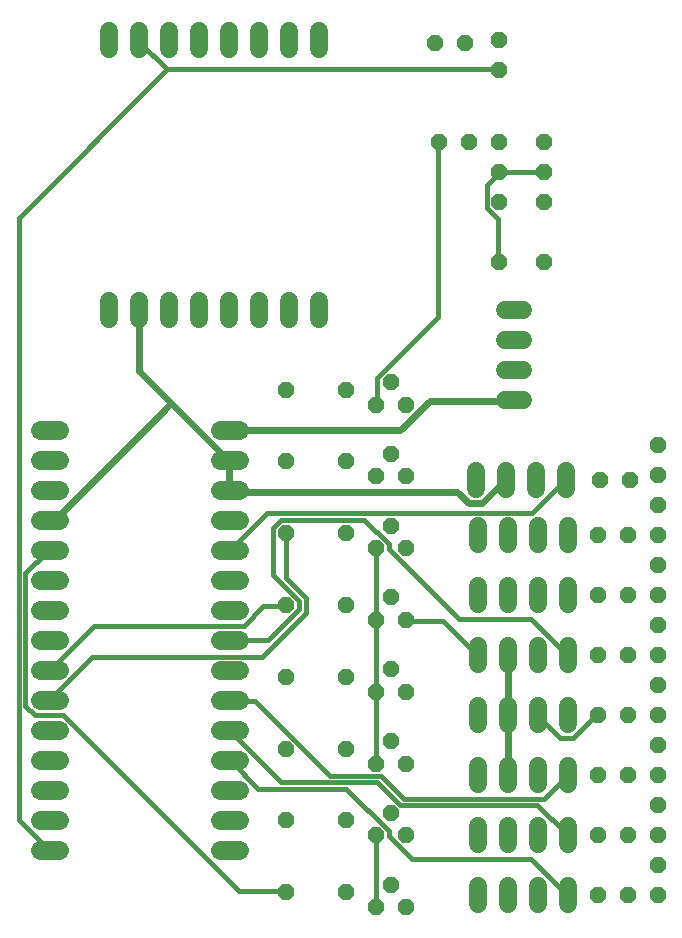
<source format=gbr>
G04 EAGLE Gerber X2 export*
%TF.Part,Single*%
%TF.FileFunction,Copper,L2,Bot,Mixed*%
%TF.FilePolarity,Positive*%
%TF.GenerationSoftware,Autodesk,EAGLE,9.2.2*%
%TF.CreationDate,2018-12-07T06:18:27Z*%
G75*
%MOMM*%
%FSLAX34Y34*%
%LPD*%
%INBottom Copper*%
%AMOC8*
5,1,8,0,0,1.08239X$1,22.5*%
G01*
%ADD10C,1.524000*%
%ADD11C,1.574800*%
%ADD12P,1.429621X8X22.500000*%
%ADD13P,1.429621X8X292.500000*%
%ADD14P,1.429621X8X112.500000*%
%ADD15P,1.429621X8X202.500000*%
%ADD16C,0.600000*%
%ADD17C,0.400000*%


D10*
X279400Y769620D02*
X279400Y754380D01*
X254000Y754380D02*
X254000Y769620D01*
X228600Y769620D02*
X228600Y754380D01*
X203200Y754380D02*
X203200Y769620D01*
X177800Y769620D02*
X177800Y754380D01*
X152400Y754380D02*
X152400Y769620D01*
X127000Y769620D02*
X127000Y754380D01*
X101600Y754380D02*
X101600Y769620D01*
X101600Y541020D02*
X101600Y525780D01*
X127000Y525780D02*
X127000Y541020D01*
X152400Y541020D02*
X152400Y525780D01*
X177800Y525780D02*
X177800Y541020D01*
X203200Y541020D02*
X203200Y525780D01*
X228600Y525780D02*
X228600Y541020D01*
X254000Y541020D02*
X254000Y525780D01*
X279400Y525780D02*
X279400Y541020D01*
D11*
X58674Y431800D02*
X42926Y431800D01*
X42926Y406400D02*
X58674Y406400D01*
X58674Y381000D02*
X42926Y381000D01*
X42926Y355600D02*
X58674Y355600D01*
X58674Y330200D02*
X42926Y330200D01*
X42926Y304800D02*
X58674Y304800D01*
X58674Y279400D02*
X42926Y279400D01*
X42926Y254000D02*
X58674Y254000D01*
X58674Y228600D02*
X42926Y228600D01*
X42926Y203200D02*
X58674Y203200D01*
X58674Y177800D02*
X42926Y177800D01*
X42926Y152400D02*
X58674Y152400D01*
X58674Y127000D02*
X42926Y127000D01*
X42926Y101600D02*
X58674Y101600D01*
X58674Y76200D02*
X42926Y76200D01*
X195326Y76200D02*
X211074Y76200D01*
X211074Y101600D02*
X195326Y101600D01*
X195326Y127000D02*
X211074Y127000D01*
X211074Y152400D02*
X195326Y152400D01*
X195326Y177800D02*
X211074Y177800D01*
X211074Y203200D02*
X195326Y203200D01*
X195326Y228600D02*
X211074Y228600D01*
X211074Y254000D02*
X195326Y254000D01*
X195326Y279400D02*
X211074Y279400D01*
X211074Y304800D02*
X195326Y304800D01*
X195326Y330200D02*
X211074Y330200D01*
X211074Y355600D02*
X195326Y355600D01*
X195326Y381000D02*
X211074Y381000D01*
X211074Y406400D02*
X195326Y406400D01*
X195326Y431800D02*
X211074Y431800D01*
D12*
X352900Y392900D03*
X340200Y411950D03*
X327500Y392900D03*
X352900Y453700D03*
X340200Y472750D03*
X327500Y453700D03*
X352900Y332100D03*
X340200Y351150D03*
X327500Y332100D03*
X251300Y466400D03*
X302100Y466400D03*
X515300Y342900D03*
X540700Y342900D03*
D13*
X566100Y368300D03*
X566100Y342900D03*
X469900Y625000D03*
X469900Y574200D03*
D14*
X431800Y574200D03*
X431800Y625000D03*
D10*
X413700Y350520D02*
X413700Y335280D01*
X439100Y335280D02*
X439100Y350520D01*
X464500Y350520D02*
X464500Y335280D01*
X489900Y335280D02*
X489900Y350520D01*
X413700Y299720D02*
X413700Y284480D01*
X439100Y284480D02*
X439100Y299720D01*
X464500Y299720D02*
X464500Y284480D01*
X489900Y284480D02*
X489900Y299720D01*
D15*
X302100Y344800D03*
X251300Y344800D03*
X302100Y405600D03*
X251300Y405600D03*
D12*
X381000Y675800D03*
X406400Y675800D03*
X515300Y292100D03*
X540700Y292100D03*
D13*
X566100Y419100D03*
X566100Y393700D03*
X566100Y317500D03*
X566100Y292100D03*
X469900Y675800D03*
X469900Y650400D03*
X431800Y675800D03*
X431800Y650400D03*
X431800Y762000D03*
X431800Y736600D03*
D10*
X436880Y533400D02*
X452120Y533400D01*
X452120Y508000D02*
X436880Y508000D01*
X436880Y482600D02*
X452120Y482600D01*
X452120Y457200D02*
X436880Y457200D01*
D12*
X352900Y28100D03*
X340200Y47150D03*
X327500Y28100D03*
D10*
X413700Y30480D02*
X413700Y45720D01*
X439100Y45720D02*
X439100Y30480D01*
X464500Y30480D02*
X464500Y45720D01*
X489900Y45720D02*
X489900Y30480D01*
D12*
X515300Y38100D03*
X540700Y38100D03*
D13*
X566100Y63500D03*
X566100Y38100D03*
D12*
X352900Y88900D03*
X340200Y107950D03*
X327500Y88900D03*
D10*
X413700Y81280D02*
X413700Y96520D01*
X439100Y96520D02*
X439100Y81280D01*
X464500Y81280D02*
X464500Y96520D01*
X489900Y96520D02*
X489900Y81280D01*
D12*
X515300Y88900D03*
X540700Y88900D03*
D13*
X566100Y114300D03*
X566100Y88900D03*
D12*
X352900Y149700D03*
X340200Y168750D03*
X327500Y149700D03*
D10*
X413700Y147320D02*
X413700Y132080D01*
X439100Y132080D02*
X439100Y147320D01*
X464500Y147320D02*
X464500Y132080D01*
X489900Y132080D02*
X489900Y147320D01*
D12*
X515300Y139700D03*
X540700Y139700D03*
D13*
X566100Y165100D03*
X566100Y139700D03*
D12*
X352900Y210500D03*
X340200Y229550D03*
X327500Y210500D03*
D10*
X413700Y198120D02*
X413700Y182880D01*
X439100Y182880D02*
X439100Y198120D01*
X464500Y198120D02*
X464500Y182880D01*
X489900Y182880D02*
X489900Y198120D01*
D12*
X515300Y190500D03*
X540700Y190500D03*
D13*
X566100Y215900D03*
X566100Y190500D03*
D12*
X352900Y271300D03*
X340200Y290350D03*
X327500Y271300D03*
D10*
X413700Y248920D02*
X413700Y233680D01*
X439100Y233680D02*
X439100Y248920D01*
X464500Y248920D02*
X464500Y233680D01*
X489900Y233680D02*
X489900Y248920D01*
D12*
X515300Y241300D03*
X540700Y241300D03*
D13*
X566100Y266700D03*
X566100Y241300D03*
D15*
X302100Y284000D03*
X251300Y284000D03*
X302100Y223200D03*
X251300Y223200D03*
X302100Y162400D03*
X251300Y162400D03*
X302100Y101600D03*
X251300Y101600D03*
X302100Y40800D03*
X251300Y40800D03*
D10*
X411900Y382380D02*
X411900Y397620D01*
X437300Y397620D02*
X437300Y382380D01*
X462700Y382380D02*
X462700Y397620D01*
X488100Y397620D02*
X488100Y382380D01*
D12*
X517300Y390000D03*
X542700Y390000D03*
X377300Y760000D03*
X402700Y760000D03*
D16*
X127052Y533066D02*
X127052Y481969D01*
X153982Y455040D02*
X203007Y406014D01*
X153982Y455040D02*
X127052Y481969D01*
X127052Y533066D02*
X127000Y533400D01*
X203200Y406400D02*
X203007Y406014D01*
X55240Y356298D02*
X51097Y356298D01*
X55240Y356298D02*
X153982Y455040D01*
X51097Y356298D02*
X50800Y355600D01*
X203007Y381156D02*
X203007Y403252D01*
X203007Y381156D02*
X203200Y381000D01*
X203007Y403252D02*
X203200Y406400D01*
X439158Y189197D02*
X439158Y140862D01*
X439100Y139700D01*
X439158Y189197D02*
X439100Y190500D01*
X439158Y193340D02*
X439158Y240294D01*
X439100Y241300D01*
X439158Y193340D02*
X439100Y190500D01*
X396347Y379775D02*
X205769Y379775D01*
X396347Y379775D02*
X406014Y370108D01*
X417062Y370108D01*
X436396Y389442D01*
X205769Y379775D02*
X203200Y381000D01*
X436396Y389442D02*
X437300Y390000D01*
D17*
X459873Y361822D02*
X487493Y389442D01*
X459873Y361822D02*
X234770Y361822D01*
X204388Y331440D01*
X487493Y389442D02*
X488100Y390000D01*
X204388Y331440D02*
X203200Y330200D01*
X379775Y527542D02*
X379775Y675309D01*
X379775Y527542D02*
X328678Y476445D01*
X328678Y454349D01*
X379775Y675309D02*
X381000Y675800D01*
X328678Y454349D02*
X327500Y453700D01*
X327297Y88384D02*
X327297Y29001D01*
X327500Y28100D01*
X327297Y88384D02*
X327500Y88900D01*
X327297Y150529D02*
X327297Y209912D01*
X327297Y150529D02*
X327500Y149700D01*
X327297Y209912D02*
X327500Y210500D01*
X327297Y272057D02*
X327297Y331440D01*
X327297Y272057D02*
X327500Y271300D01*
X327297Y331440D02*
X327500Y332100D01*
X327297Y269295D02*
X327297Y211293D01*
X327500Y210500D01*
X327297Y269295D02*
X327500Y271300D01*
X430872Y737454D02*
X150529Y737454D01*
X127052Y760931D01*
X430872Y737454D02*
X431800Y736600D01*
X127052Y760931D02*
X127000Y762000D01*
X24858Y102194D02*
X49716Y77336D01*
X24858Y102194D02*
X24858Y611783D01*
X150529Y737454D01*
X49716Y77336D02*
X50800Y76200D01*
X430872Y574496D02*
X430872Y610402D01*
X421205Y620069D01*
X421205Y639403D01*
X430872Y649070D01*
X430872Y574496D02*
X431800Y574200D01*
X430872Y649070D02*
X431800Y650400D01*
X433634Y650451D02*
X469540Y650451D01*
X469900Y650400D01*
X433634Y650451D02*
X431800Y650400D01*
D16*
X443301Y457111D02*
X372870Y457111D01*
X348012Y432253D01*
X204388Y432253D01*
X443301Y457111D02*
X444500Y457200D01*
X204388Y432253D02*
X203200Y431800D01*
D17*
X458492Y69050D02*
X488874Y38668D01*
X458492Y69050D02*
X357679Y69050D01*
X338345Y88384D01*
X338345Y92527D01*
X302439Y128433D01*
X227865Y128433D01*
X204388Y151910D01*
X488874Y38668D02*
X489900Y38100D01*
X204388Y151910D02*
X203200Y152400D01*
X464016Y114623D02*
X488874Y89765D01*
X464016Y114623D02*
X348012Y114623D01*
X328678Y133957D01*
X247199Y133957D01*
X204388Y176768D01*
X488874Y89765D02*
X489900Y88900D01*
X204388Y176768D02*
X203200Y177800D01*
X469540Y120147D02*
X488874Y139481D01*
X469540Y120147D02*
X350774Y120147D01*
X331440Y139481D01*
X288629Y139481D01*
X225103Y203007D01*
X204388Y203007D01*
X488874Y139481D02*
X489900Y139700D01*
X204388Y203007D02*
X203200Y203200D01*
X512351Y189197D02*
X515113Y189197D01*
X512351Y189197D02*
X494398Y171244D01*
X483350Y171244D01*
X465397Y189197D01*
X515113Y189197D02*
X515300Y190500D01*
X465397Y189197D02*
X464500Y190500D01*
X488874Y241675D02*
X458492Y272057D01*
X397728Y272057D01*
X338345Y331440D01*
X338345Y335583D01*
X317630Y356298D01*
X247199Y356298D01*
X240294Y349393D01*
X240294Y309344D01*
X262390Y287248D01*
X262390Y280343D01*
X236151Y254104D01*
X204388Y254104D01*
X488874Y241675D02*
X489900Y241300D01*
X204388Y254104D02*
X203200Y254000D01*
X232008Y283105D02*
X249961Y283105D01*
X232008Y283105D02*
X215436Y266533D01*
X88384Y266533D01*
X51097Y229246D01*
X249961Y283105D02*
X251300Y284000D01*
X51097Y229246D02*
X50800Y228600D01*
X211293Y41430D02*
X249961Y41430D01*
X211293Y41430D02*
X62145Y190578D01*
X38668Y190578D01*
X30382Y198864D01*
X30382Y310725D01*
X49716Y330059D01*
X249961Y41430D02*
X251300Y40800D01*
X50800Y330200D02*
X49716Y330059D01*
X251342Y343869D02*
X251342Y306582D01*
X267914Y290010D01*
X267914Y277581D01*
X230627Y240294D01*
X87003Y240294D01*
X51097Y204388D01*
X251342Y343869D02*
X251300Y344800D01*
X51097Y204388D02*
X50800Y203200D01*
X353536Y270676D02*
X383918Y270676D01*
X412919Y241675D01*
X353536Y270676D02*
X352900Y271300D01*
X412919Y241675D02*
X413700Y241300D01*
M02*

</source>
